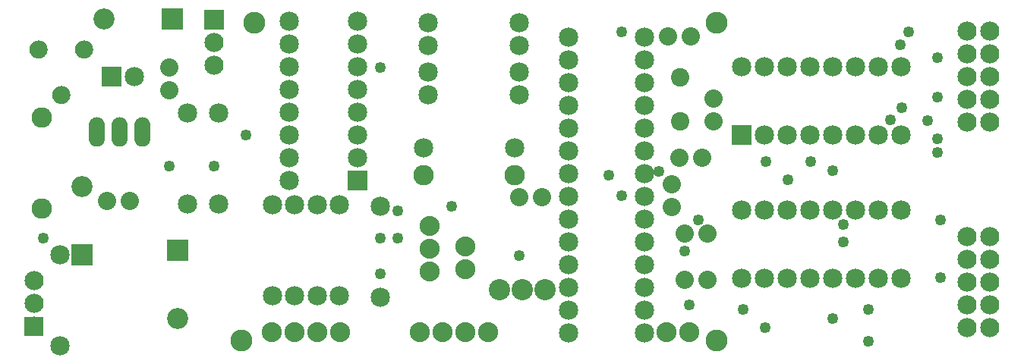
<source format=gbs>
G04 MADE WITH FRITZING*
G04 WWW.FRITZING.ORG*
G04 DOUBLE SIDED*
G04 HOLES PLATED*
G04 CONTOUR ON CENTER OF CONTOUR VECTOR*
%ASAXBY*%
%FSLAX23Y23*%
%MOIN*%
%OFA0B0*%
%SFA1.0B1.0*%
%ADD10C,0.088000*%
%ADD11C,0.084000*%
%ADD12C,0.049370*%
%ADD13C,0.080925*%
%ADD14C,0.080866*%
%ADD15C,0.080000*%
%ADD16C,0.096614*%
%ADD17C,0.092000*%
%ADD18C,0.093307*%
%ADD19C,0.085000*%
%ADD20C,0.070000*%
%ADD21C,0.090000*%
%ADD22R,0.092000X0.092000*%
%ADD23R,0.085000X0.085000*%
%ADD24C,0.030000*%
%ADD25R,0.001000X0.001000*%
%LNMASK0*%
G90*
G70*
G54D10*
X1815Y580D03*
X1815Y480D03*
X1815Y380D03*
G54D11*
X4177Y533D03*
X4277Y533D03*
X4177Y433D03*
X4277Y433D03*
X4177Y333D03*
X4277Y333D03*
X4177Y233D03*
X4277Y233D03*
X4177Y133D03*
X4277Y133D03*
G54D12*
X3838Y1049D03*
X4004Y1045D03*
X2209Y451D03*
X2957Y234D03*
G54D13*
X2917Y1041D03*
G54D14*
X2917Y1234D03*
G54D15*
X3013Y880D03*
X2913Y880D03*
X2964Y1415D03*
X2864Y1415D03*
G54D12*
X4047Y966D03*
X4047Y1148D03*
X3921Y1435D03*
X4047Y903D03*
X3883Y1377D03*
X3292Y864D03*
X3488Y864D03*
X3192Y215D03*
X3744Y215D03*
X3744Y76D03*
X3634Y588D03*
X3634Y510D03*
X4058Y608D03*
X4058Y353D03*
G54D16*
X988Y77D03*
X3075Y1474D03*
X1047Y1474D03*
X3075Y77D03*
G54D12*
X1598Y1277D03*
X1008Y982D03*
X870Y844D03*
X673Y844D03*
X3587Y825D03*
X2661Y1435D03*
X2661Y714D03*
X2996Y608D03*
X3390Y785D03*
X2823Y821D03*
X3291Y136D03*
X3587Y175D03*
X1677Y648D03*
X1677Y529D03*
X1598Y529D03*
X3890Y1100D03*
X2937Y470D03*
X1913Y667D03*
X2602Y805D03*
X1598Y372D03*
X4047Y1321D03*
G54D15*
X2935Y549D03*
X3035Y549D03*
X3063Y1041D03*
X3063Y1141D03*
G54D17*
X709Y474D03*
X709Y174D03*
G54D10*
X1424Y116D03*
X1324Y116D03*
X1224Y116D03*
X1124Y116D03*
G54D18*
X2322Y301D03*
X2222Y301D03*
X2122Y301D03*
G54D10*
X2857Y116D03*
X2957Y116D03*
X1972Y492D03*
X1972Y392D03*
G54D19*
X1789Y923D03*
X2189Y923D03*
X890Y1079D03*
X890Y679D03*
G54D11*
X4177Y1438D03*
X4277Y1438D03*
X4177Y1338D03*
X4277Y1338D03*
X4177Y1238D03*
X4277Y1238D03*
X4177Y1138D03*
X4277Y1138D03*
X4177Y1038D03*
X4277Y1038D03*
G54D10*
X1772Y116D03*
X1872Y116D03*
X1972Y116D03*
X2072Y116D03*
G54D19*
X2758Y111D03*
X2758Y211D03*
X2758Y311D03*
X2758Y411D03*
X2758Y511D03*
X2758Y611D03*
X2758Y711D03*
X2758Y811D03*
X2758Y911D03*
X2758Y1011D03*
X2758Y1111D03*
X2758Y1211D03*
X2758Y1311D03*
X2425Y1411D03*
X2425Y1311D03*
X2425Y1211D03*
X2425Y1111D03*
X2425Y1011D03*
X2425Y911D03*
X2425Y811D03*
X2425Y711D03*
X2425Y611D03*
X2425Y511D03*
X2425Y411D03*
X2425Y311D03*
X2425Y211D03*
X2425Y111D03*
X2758Y1411D03*
G54D11*
X870Y1488D03*
X870Y1388D03*
X870Y1288D03*
G54D19*
X1500Y781D03*
X1200Y781D03*
X1500Y881D03*
X1200Y881D03*
X1500Y981D03*
X1200Y981D03*
X1500Y1081D03*
X1200Y1081D03*
X1500Y1181D03*
X1200Y1181D03*
X1500Y1281D03*
X1200Y1281D03*
X1500Y1381D03*
X1200Y1381D03*
X1500Y1481D03*
X1200Y1481D03*
X3187Y352D03*
X3187Y652D03*
X3287Y352D03*
X3287Y652D03*
X3387Y352D03*
X3387Y652D03*
X3487Y352D03*
X3487Y652D03*
X3587Y352D03*
X3587Y652D03*
X3687Y352D03*
X3687Y652D03*
X3787Y352D03*
X3787Y652D03*
X3887Y352D03*
X3887Y652D03*
X3187Y982D03*
X3187Y1282D03*
X3287Y982D03*
X3287Y1282D03*
X3387Y982D03*
X3387Y1282D03*
X3487Y982D03*
X3487Y1282D03*
X3587Y982D03*
X3587Y1282D03*
X3687Y982D03*
X3687Y1282D03*
X3787Y982D03*
X3787Y1282D03*
X3887Y982D03*
X3887Y1282D03*
G54D17*
X685Y1490D03*
X387Y1490D03*
G54D20*
X555Y994D03*
X455Y994D03*
X355Y994D03*
G54D19*
X421Y1238D03*
X521Y1238D03*
G54D15*
X673Y1279D03*
X673Y1179D03*
G54D19*
X1126Y674D03*
X1126Y274D03*
X1224Y674D03*
X1224Y274D03*
X1323Y674D03*
X1323Y274D03*
X1421Y674D03*
X1421Y274D03*
X2209Y1159D03*
X1809Y1159D03*
X2209Y1258D03*
X1809Y1258D03*
X2209Y1376D03*
X1809Y1376D03*
X2209Y1474D03*
X1809Y1474D03*
G54D21*
X114Y1059D03*
X114Y659D03*
G54D19*
X752Y1079D03*
X752Y679D03*
G54D15*
X398Y691D03*
X498Y691D03*
G54D17*
X291Y455D03*
X291Y753D03*
G54D21*
X2189Y805D03*
X1789Y805D03*
G54D15*
X2309Y707D03*
X2209Y707D03*
X2878Y665D03*
X2878Y766D03*
G54D19*
X1598Y667D03*
X1598Y267D03*
G54D15*
X3035Y344D03*
X2935Y344D03*
G54D19*
X193Y455D03*
X193Y55D03*
G54D12*
X118Y529D03*
G54D11*
X79Y140D03*
X79Y240D03*
X79Y340D03*
G54D22*
X709Y474D03*
G54D23*
X1500Y781D03*
X3187Y982D03*
G54D22*
X686Y1490D03*
G54D23*
X421Y1238D03*
G54D22*
X291Y454D03*
G54D24*
G36*
X3159Y380D02*
X3214Y380D01*
X3214Y325D01*
X3159Y325D01*
X3159Y380D01*
G37*
D02*
G54D25*
X828Y1529D02*
X911Y1529D01*
X828Y1528D02*
X911Y1528D01*
X828Y1527D02*
X911Y1527D01*
X828Y1526D02*
X911Y1526D01*
X828Y1525D02*
X911Y1525D01*
X828Y1524D02*
X911Y1524D01*
X828Y1523D02*
X911Y1523D01*
X828Y1522D02*
X911Y1522D01*
X828Y1521D02*
X911Y1521D01*
X828Y1520D02*
X911Y1520D01*
X828Y1519D02*
X911Y1519D01*
X828Y1518D02*
X911Y1518D01*
X828Y1517D02*
X911Y1517D01*
X828Y1516D02*
X911Y1516D01*
X828Y1515D02*
X911Y1515D01*
X828Y1514D02*
X911Y1514D01*
X828Y1513D02*
X911Y1513D01*
X828Y1512D02*
X911Y1512D01*
X828Y1511D02*
X911Y1511D01*
X828Y1510D02*
X911Y1510D01*
X828Y1509D02*
X911Y1509D01*
X828Y1508D02*
X911Y1508D01*
X828Y1507D02*
X911Y1507D01*
X828Y1506D02*
X911Y1506D01*
X828Y1505D02*
X911Y1505D01*
X828Y1504D02*
X911Y1504D01*
X828Y1503D02*
X911Y1503D01*
X828Y1502D02*
X865Y1502D01*
X873Y1502D02*
X911Y1502D01*
X828Y1501D02*
X862Y1501D01*
X876Y1501D02*
X911Y1501D01*
X828Y1500D02*
X861Y1500D01*
X878Y1500D02*
X911Y1500D01*
X828Y1499D02*
X860Y1499D01*
X879Y1499D02*
X911Y1499D01*
X828Y1498D02*
X858Y1498D01*
X880Y1498D02*
X911Y1498D01*
X828Y1497D02*
X858Y1497D01*
X881Y1497D02*
X911Y1497D01*
X828Y1496D02*
X857Y1496D01*
X882Y1496D02*
X911Y1496D01*
X828Y1495D02*
X856Y1495D01*
X883Y1495D02*
X911Y1495D01*
X828Y1494D02*
X856Y1494D01*
X883Y1494D02*
X911Y1494D01*
X828Y1493D02*
X855Y1493D01*
X884Y1493D02*
X911Y1493D01*
X828Y1492D02*
X855Y1492D01*
X884Y1492D02*
X911Y1492D01*
X828Y1491D02*
X855Y1491D01*
X884Y1491D02*
X911Y1491D01*
X828Y1490D02*
X854Y1490D01*
X884Y1490D02*
X911Y1490D01*
X828Y1489D02*
X854Y1489D01*
X884Y1489D02*
X911Y1489D01*
X828Y1488D02*
X854Y1488D01*
X885Y1488D02*
X911Y1488D01*
X828Y1487D02*
X854Y1487D01*
X884Y1487D02*
X911Y1487D01*
X828Y1486D02*
X854Y1486D01*
X884Y1486D02*
X911Y1486D01*
X828Y1485D02*
X854Y1485D01*
X884Y1485D02*
X911Y1485D01*
X828Y1484D02*
X855Y1484D01*
X884Y1484D02*
X911Y1484D01*
X828Y1483D02*
X855Y1483D01*
X884Y1483D02*
X911Y1483D01*
X828Y1482D02*
X855Y1482D01*
X883Y1482D02*
X911Y1482D01*
X828Y1481D02*
X856Y1481D01*
X883Y1481D02*
X911Y1481D01*
X828Y1480D02*
X856Y1480D01*
X882Y1480D02*
X911Y1480D01*
X828Y1479D02*
X857Y1479D01*
X882Y1479D02*
X911Y1479D01*
X828Y1478D02*
X858Y1478D01*
X881Y1478D02*
X911Y1478D01*
X828Y1477D02*
X859Y1477D01*
X880Y1477D02*
X911Y1477D01*
X828Y1476D02*
X860Y1476D01*
X879Y1476D02*
X911Y1476D01*
X828Y1475D02*
X862Y1475D01*
X877Y1475D02*
X911Y1475D01*
X828Y1474D02*
X864Y1474D01*
X875Y1474D02*
X911Y1474D01*
X828Y1473D02*
X911Y1473D01*
X828Y1472D02*
X911Y1472D01*
X828Y1471D02*
X911Y1471D01*
X828Y1470D02*
X911Y1470D01*
X828Y1469D02*
X911Y1469D01*
X828Y1468D02*
X911Y1468D01*
X828Y1467D02*
X911Y1467D01*
X828Y1466D02*
X911Y1466D01*
X828Y1465D02*
X911Y1465D01*
X828Y1464D02*
X911Y1464D01*
X828Y1463D02*
X911Y1463D01*
X828Y1462D02*
X911Y1462D01*
X828Y1461D02*
X911Y1461D01*
X828Y1460D02*
X911Y1460D01*
X828Y1459D02*
X911Y1459D01*
X828Y1458D02*
X911Y1458D01*
X828Y1457D02*
X911Y1457D01*
X828Y1456D02*
X911Y1456D01*
X828Y1455D02*
X911Y1455D01*
X828Y1454D02*
X911Y1454D01*
X828Y1453D02*
X911Y1453D01*
X828Y1452D02*
X911Y1452D01*
X828Y1451D02*
X911Y1451D01*
X828Y1450D02*
X911Y1450D01*
X828Y1449D02*
X911Y1449D01*
X828Y1448D02*
X911Y1448D01*
X828Y1447D02*
X911Y1447D01*
X828Y1446D02*
X911Y1446D01*
X95Y1396D02*
X102Y1396D01*
X295Y1396D02*
X302Y1396D01*
X89Y1395D02*
X108Y1395D01*
X289Y1395D02*
X308Y1395D01*
X86Y1394D02*
X111Y1394D01*
X286Y1394D02*
X311Y1394D01*
X83Y1393D02*
X114Y1393D01*
X283Y1393D02*
X314Y1393D01*
X81Y1392D02*
X116Y1392D01*
X281Y1392D02*
X316Y1392D01*
X79Y1391D02*
X118Y1391D01*
X279Y1391D02*
X318Y1391D01*
X78Y1390D02*
X119Y1390D01*
X278Y1390D02*
X319Y1390D01*
X76Y1389D02*
X121Y1389D01*
X276Y1389D02*
X321Y1389D01*
X75Y1388D02*
X122Y1388D01*
X275Y1388D02*
X322Y1388D01*
X74Y1387D02*
X124Y1387D01*
X274Y1387D02*
X324Y1387D01*
X72Y1386D02*
X125Y1386D01*
X272Y1386D02*
X325Y1386D01*
X71Y1385D02*
X126Y1385D01*
X271Y1385D02*
X326Y1385D01*
X70Y1384D02*
X127Y1384D01*
X270Y1384D02*
X327Y1384D01*
X69Y1383D02*
X128Y1383D01*
X269Y1383D02*
X328Y1383D01*
X69Y1382D02*
X129Y1382D01*
X268Y1382D02*
X329Y1382D01*
X68Y1381D02*
X129Y1381D01*
X268Y1381D02*
X329Y1381D01*
X67Y1380D02*
X130Y1380D01*
X267Y1380D02*
X330Y1380D01*
X66Y1379D02*
X131Y1379D01*
X266Y1379D02*
X331Y1379D01*
X66Y1378D02*
X132Y1378D01*
X266Y1378D02*
X332Y1378D01*
X65Y1377D02*
X132Y1377D01*
X265Y1377D02*
X332Y1377D01*
X64Y1376D02*
X133Y1376D01*
X264Y1376D02*
X333Y1376D01*
X64Y1375D02*
X133Y1375D01*
X264Y1375D02*
X333Y1375D01*
X63Y1374D02*
X134Y1374D01*
X263Y1374D02*
X334Y1374D01*
X63Y1373D02*
X134Y1373D01*
X263Y1373D02*
X334Y1373D01*
X62Y1372D02*
X135Y1372D01*
X262Y1372D02*
X335Y1372D01*
X62Y1371D02*
X135Y1371D01*
X262Y1371D02*
X335Y1371D01*
X62Y1370D02*
X136Y1370D01*
X262Y1370D02*
X336Y1370D01*
X61Y1369D02*
X136Y1369D01*
X261Y1369D02*
X336Y1369D01*
X61Y1368D02*
X136Y1368D01*
X261Y1368D02*
X336Y1368D01*
X61Y1367D02*
X137Y1367D01*
X261Y1367D02*
X337Y1367D01*
X60Y1366D02*
X137Y1366D01*
X260Y1366D02*
X337Y1366D01*
X60Y1365D02*
X137Y1365D01*
X260Y1365D02*
X337Y1365D01*
X60Y1364D02*
X137Y1364D01*
X260Y1364D02*
X337Y1364D01*
X60Y1363D02*
X137Y1363D01*
X260Y1363D02*
X337Y1363D01*
X60Y1362D02*
X138Y1362D01*
X260Y1362D02*
X338Y1362D01*
X59Y1361D02*
X138Y1361D01*
X259Y1361D02*
X338Y1361D01*
X59Y1360D02*
X138Y1360D01*
X259Y1360D02*
X338Y1360D01*
X59Y1359D02*
X138Y1359D01*
X259Y1359D02*
X338Y1359D01*
X59Y1358D02*
X138Y1358D01*
X259Y1358D02*
X338Y1358D01*
X59Y1357D02*
X138Y1357D01*
X259Y1357D02*
X338Y1357D01*
X59Y1356D02*
X138Y1356D01*
X259Y1356D02*
X338Y1356D01*
X59Y1355D02*
X138Y1355D01*
X259Y1355D02*
X338Y1355D01*
X59Y1354D02*
X138Y1354D01*
X259Y1354D02*
X338Y1354D01*
X59Y1353D02*
X138Y1353D01*
X259Y1353D02*
X338Y1353D01*
X59Y1352D02*
X138Y1352D01*
X259Y1352D02*
X338Y1352D01*
X60Y1351D02*
X138Y1351D01*
X260Y1351D02*
X338Y1351D01*
X60Y1350D02*
X137Y1350D01*
X260Y1350D02*
X337Y1350D01*
X60Y1349D02*
X137Y1349D01*
X260Y1349D02*
X337Y1349D01*
X60Y1348D02*
X137Y1348D01*
X260Y1348D02*
X337Y1348D01*
X60Y1347D02*
X137Y1347D01*
X260Y1347D02*
X337Y1347D01*
X61Y1346D02*
X137Y1346D01*
X261Y1346D02*
X337Y1346D01*
X61Y1345D02*
X136Y1345D01*
X261Y1345D02*
X336Y1345D01*
X61Y1344D02*
X136Y1344D01*
X261Y1344D02*
X336Y1344D01*
X61Y1343D02*
X136Y1343D01*
X261Y1343D02*
X336Y1343D01*
X62Y1342D02*
X135Y1342D01*
X262Y1342D02*
X335Y1342D01*
X62Y1341D02*
X135Y1341D01*
X262Y1341D02*
X335Y1341D01*
X63Y1340D02*
X135Y1340D01*
X263Y1340D02*
X335Y1340D01*
X63Y1339D02*
X134Y1339D01*
X263Y1339D02*
X334Y1339D01*
X64Y1338D02*
X134Y1338D01*
X264Y1338D02*
X334Y1338D01*
X64Y1337D02*
X133Y1337D01*
X264Y1337D02*
X333Y1337D01*
X65Y1336D02*
X132Y1336D01*
X265Y1336D02*
X332Y1336D01*
X65Y1335D02*
X132Y1335D01*
X265Y1335D02*
X332Y1335D01*
X66Y1334D02*
X131Y1334D01*
X266Y1334D02*
X331Y1334D01*
X67Y1333D02*
X130Y1333D01*
X267Y1333D02*
X330Y1333D01*
X67Y1332D02*
X130Y1332D01*
X267Y1332D02*
X330Y1332D01*
X68Y1331D02*
X129Y1331D01*
X268Y1331D02*
X329Y1331D01*
X69Y1330D02*
X128Y1330D01*
X269Y1330D02*
X328Y1330D01*
X70Y1329D02*
X127Y1329D01*
X270Y1329D02*
X327Y1329D01*
X71Y1328D02*
X126Y1328D01*
X271Y1328D02*
X326Y1328D01*
X72Y1327D02*
X125Y1327D01*
X272Y1327D02*
X325Y1327D01*
X73Y1326D02*
X124Y1326D01*
X273Y1326D02*
X324Y1326D01*
X74Y1325D02*
X123Y1325D01*
X274Y1325D02*
X323Y1325D01*
X76Y1324D02*
X122Y1324D01*
X276Y1324D02*
X322Y1324D01*
X77Y1323D02*
X120Y1323D01*
X277Y1323D02*
X320Y1323D01*
X79Y1322D02*
X118Y1322D01*
X279Y1322D02*
X318Y1322D01*
X80Y1321D02*
X117Y1321D01*
X280Y1321D02*
X317Y1321D01*
X82Y1320D02*
X115Y1320D01*
X282Y1320D02*
X315Y1320D01*
X85Y1319D02*
X112Y1319D01*
X285Y1319D02*
X312Y1319D01*
X88Y1318D02*
X109Y1318D01*
X288Y1318D02*
X309Y1318D01*
X92Y1317D02*
X105Y1317D01*
X292Y1317D02*
X305Y1317D01*
X195Y1196D02*
X203Y1196D01*
X189Y1195D02*
X208Y1195D01*
X186Y1194D02*
X211Y1194D01*
X183Y1193D02*
X214Y1193D01*
X181Y1192D02*
X216Y1192D01*
X179Y1191D02*
X218Y1191D01*
X178Y1190D02*
X220Y1190D01*
X176Y1189D02*
X221Y1189D01*
X175Y1188D02*
X222Y1188D01*
X173Y1187D02*
X224Y1187D01*
X172Y1186D02*
X225Y1186D01*
X171Y1185D02*
X226Y1185D01*
X170Y1184D02*
X227Y1184D01*
X169Y1183D02*
X228Y1183D01*
X168Y1182D02*
X229Y1182D01*
X168Y1181D02*
X229Y1181D01*
X167Y1180D02*
X230Y1180D01*
X166Y1179D02*
X231Y1179D01*
X166Y1178D02*
X232Y1178D01*
X165Y1177D02*
X232Y1177D01*
X164Y1176D02*
X233Y1176D01*
X164Y1175D02*
X233Y1175D01*
X163Y1174D02*
X234Y1174D01*
X163Y1173D02*
X234Y1173D01*
X162Y1172D02*
X235Y1172D01*
X162Y1171D02*
X235Y1171D01*
X162Y1170D02*
X236Y1170D01*
X161Y1169D02*
X236Y1169D01*
X161Y1168D02*
X236Y1168D01*
X161Y1167D02*
X237Y1167D01*
X160Y1166D02*
X237Y1166D01*
X160Y1165D02*
X237Y1165D01*
X160Y1164D02*
X237Y1164D01*
X160Y1163D02*
X237Y1163D01*
X160Y1162D02*
X238Y1162D01*
X159Y1161D02*
X238Y1161D01*
X159Y1160D02*
X238Y1160D01*
X159Y1159D02*
X238Y1159D01*
X159Y1158D02*
X238Y1158D01*
X159Y1157D02*
X238Y1157D01*
X159Y1156D02*
X238Y1156D01*
X159Y1155D02*
X238Y1155D01*
X159Y1154D02*
X238Y1154D01*
X159Y1153D02*
X238Y1153D01*
X159Y1152D02*
X238Y1152D01*
X160Y1151D02*
X238Y1151D01*
X160Y1150D02*
X237Y1150D01*
X160Y1149D02*
X237Y1149D01*
X160Y1148D02*
X237Y1148D01*
X160Y1147D02*
X237Y1147D01*
X161Y1146D02*
X237Y1146D01*
X161Y1145D02*
X236Y1145D01*
X161Y1144D02*
X236Y1144D01*
X161Y1143D02*
X236Y1143D01*
X162Y1142D02*
X235Y1142D01*
X162Y1141D02*
X235Y1141D01*
X163Y1140D02*
X235Y1140D01*
X163Y1139D02*
X234Y1139D01*
X164Y1138D02*
X234Y1138D01*
X164Y1137D02*
X233Y1137D01*
X165Y1136D02*
X232Y1136D01*
X165Y1135D02*
X232Y1135D01*
X166Y1134D02*
X231Y1134D01*
X167Y1133D02*
X230Y1133D01*
X167Y1132D02*
X230Y1132D01*
X168Y1131D02*
X229Y1131D01*
X169Y1130D02*
X228Y1130D01*
X170Y1129D02*
X227Y1129D01*
X171Y1128D02*
X226Y1128D01*
X172Y1127D02*
X225Y1127D01*
X173Y1126D02*
X224Y1126D01*
X174Y1125D02*
X223Y1125D01*
X176Y1124D02*
X221Y1124D01*
X177Y1123D02*
X220Y1123D01*
X179Y1122D02*
X218Y1122D01*
X180Y1121D02*
X217Y1121D01*
X182Y1120D02*
X215Y1120D01*
X185Y1119D02*
X212Y1119D01*
X188Y1118D02*
X209Y1118D01*
X193Y1117D02*
X205Y1117D01*
X352Y1059D02*
X357Y1059D01*
X452Y1059D02*
X457Y1059D01*
X552Y1059D02*
X557Y1059D01*
X346Y1058D02*
X363Y1058D01*
X446Y1058D02*
X463Y1058D01*
X546Y1058D02*
X563Y1058D01*
X343Y1057D02*
X366Y1057D01*
X443Y1057D02*
X466Y1057D01*
X543Y1057D02*
X566Y1057D01*
X341Y1056D02*
X368Y1056D01*
X441Y1056D02*
X468Y1056D01*
X541Y1056D02*
X568Y1056D01*
X339Y1055D02*
X370Y1055D01*
X439Y1055D02*
X470Y1055D01*
X539Y1055D02*
X570Y1055D01*
X337Y1054D02*
X372Y1054D01*
X437Y1054D02*
X472Y1054D01*
X537Y1054D02*
X572Y1054D01*
X335Y1053D02*
X374Y1053D01*
X435Y1053D02*
X474Y1053D01*
X535Y1053D02*
X574Y1053D01*
X334Y1052D02*
X375Y1052D01*
X434Y1052D02*
X475Y1052D01*
X534Y1052D02*
X575Y1052D01*
X333Y1051D02*
X376Y1051D01*
X433Y1051D02*
X476Y1051D01*
X533Y1051D02*
X576Y1051D01*
X331Y1050D02*
X378Y1050D01*
X431Y1050D02*
X478Y1050D01*
X531Y1050D02*
X578Y1050D01*
X330Y1049D02*
X379Y1049D01*
X430Y1049D02*
X479Y1049D01*
X530Y1049D02*
X579Y1049D01*
X329Y1048D02*
X380Y1048D01*
X429Y1048D02*
X480Y1048D01*
X529Y1048D02*
X580Y1048D01*
X328Y1047D02*
X380Y1047D01*
X428Y1047D02*
X480Y1047D01*
X528Y1047D02*
X580Y1047D01*
X328Y1046D02*
X381Y1046D01*
X428Y1046D02*
X481Y1046D01*
X528Y1046D02*
X581Y1046D01*
X327Y1045D02*
X382Y1045D01*
X427Y1045D02*
X482Y1045D01*
X527Y1045D02*
X582Y1045D01*
X326Y1044D02*
X383Y1044D01*
X426Y1044D02*
X483Y1044D01*
X526Y1044D02*
X583Y1044D01*
X326Y1043D02*
X383Y1043D01*
X426Y1043D02*
X483Y1043D01*
X526Y1043D02*
X583Y1043D01*
X325Y1042D02*
X384Y1042D01*
X425Y1042D02*
X484Y1042D01*
X525Y1042D02*
X584Y1042D01*
X324Y1041D02*
X385Y1041D01*
X424Y1041D02*
X485Y1041D01*
X524Y1041D02*
X585Y1041D01*
X324Y1040D02*
X385Y1040D01*
X424Y1040D02*
X485Y1040D01*
X524Y1040D02*
X585Y1040D01*
X323Y1039D02*
X386Y1039D01*
X423Y1039D02*
X486Y1039D01*
X523Y1039D02*
X586Y1039D01*
X323Y1038D02*
X386Y1038D01*
X423Y1038D02*
X486Y1038D01*
X523Y1038D02*
X586Y1038D01*
X323Y1037D02*
X386Y1037D01*
X423Y1037D02*
X486Y1037D01*
X523Y1037D02*
X586Y1037D01*
X322Y1036D02*
X387Y1036D01*
X422Y1036D02*
X487Y1036D01*
X522Y1036D02*
X587Y1036D01*
X322Y1035D02*
X387Y1035D01*
X422Y1035D02*
X487Y1035D01*
X522Y1035D02*
X587Y1035D01*
X321Y1034D02*
X387Y1034D01*
X421Y1034D02*
X487Y1034D01*
X521Y1034D02*
X587Y1034D01*
X321Y1033D02*
X388Y1033D01*
X421Y1033D02*
X488Y1033D01*
X521Y1033D02*
X588Y1033D01*
X321Y1032D02*
X388Y1032D01*
X421Y1032D02*
X488Y1032D01*
X521Y1032D02*
X588Y1032D01*
X321Y1031D02*
X388Y1031D01*
X421Y1031D02*
X488Y1031D01*
X521Y1031D02*
X588Y1031D01*
X321Y1030D02*
X388Y1030D01*
X421Y1030D02*
X488Y1030D01*
X521Y1030D02*
X588Y1030D01*
X320Y1029D02*
X389Y1029D01*
X420Y1029D02*
X489Y1029D01*
X520Y1029D02*
X589Y1029D01*
X320Y1028D02*
X389Y1028D01*
X420Y1028D02*
X489Y1028D01*
X520Y1028D02*
X589Y1028D01*
X320Y1027D02*
X389Y1027D01*
X420Y1027D02*
X489Y1027D01*
X520Y1027D02*
X589Y1027D01*
X320Y1026D02*
X389Y1026D01*
X420Y1026D02*
X489Y1026D01*
X520Y1026D02*
X589Y1026D01*
X320Y1025D02*
X389Y1025D01*
X420Y1025D02*
X489Y1025D01*
X520Y1025D02*
X589Y1025D01*
X320Y1024D02*
X389Y1024D01*
X420Y1024D02*
X489Y1024D01*
X520Y1024D02*
X589Y1024D01*
X320Y1023D02*
X389Y1023D01*
X420Y1023D02*
X489Y1023D01*
X520Y1023D02*
X589Y1023D01*
X320Y1022D02*
X389Y1022D01*
X420Y1022D02*
X489Y1022D01*
X520Y1022D02*
X589Y1022D01*
X320Y1021D02*
X389Y1021D01*
X420Y1021D02*
X489Y1021D01*
X520Y1021D02*
X589Y1021D01*
X320Y1020D02*
X389Y1020D01*
X420Y1020D02*
X489Y1020D01*
X520Y1020D02*
X589Y1020D01*
X320Y1019D02*
X389Y1019D01*
X420Y1019D02*
X489Y1019D01*
X520Y1019D02*
X589Y1019D01*
X320Y1018D02*
X389Y1018D01*
X420Y1018D02*
X489Y1018D01*
X520Y1018D02*
X589Y1018D01*
X320Y1017D02*
X389Y1017D01*
X420Y1017D02*
X489Y1017D01*
X520Y1017D02*
X589Y1017D01*
X320Y1016D02*
X389Y1016D01*
X420Y1016D02*
X489Y1016D01*
X520Y1016D02*
X589Y1016D01*
X320Y1015D02*
X389Y1015D01*
X420Y1015D02*
X489Y1015D01*
X520Y1015D02*
X589Y1015D01*
X320Y1014D02*
X389Y1014D01*
X420Y1014D02*
X489Y1014D01*
X520Y1014D02*
X589Y1014D01*
X320Y1013D02*
X389Y1013D01*
X420Y1013D02*
X489Y1013D01*
X520Y1013D02*
X589Y1013D01*
X320Y1012D02*
X389Y1012D01*
X420Y1012D02*
X489Y1012D01*
X520Y1012D02*
X589Y1012D01*
X320Y1011D02*
X389Y1011D01*
X420Y1011D02*
X489Y1011D01*
X520Y1011D02*
X589Y1011D01*
X320Y1010D02*
X389Y1010D01*
X420Y1010D02*
X489Y1010D01*
X520Y1010D02*
X589Y1010D01*
X320Y1009D02*
X352Y1009D01*
X357Y1009D02*
X389Y1009D01*
X420Y1009D02*
X452Y1009D01*
X457Y1009D02*
X489Y1009D01*
X520Y1009D02*
X552Y1009D01*
X557Y1009D02*
X589Y1009D01*
X320Y1008D02*
X348Y1008D01*
X361Y1008D02*
X389Y1008D01*
X420Y1008D02*
X448Y1008D01*
X461Y1008D02*
X489Y1008D01*
X520Y1008D02*
X548Y1008D01*
X561Y1008D02*
X589Y1008D01*
X320Y1007D02*
X346Y1007D01*
X363Y1007D02*
X389Y1007D01*
X420Y1007D02*
X446Y1007D01*
X463Y1007D02*
X489Y1007D01*
X520Y1007D02*
X546Y1007D01*
X563Y1007D02*
X589Y1007D01*
X320Y1006D02*
X345Y1006D01*
X364Y1006D02*
X389Y1006D01*
X420Y1006D02*
X445Y1006D01*
X464Y1006D02*
X489Y1006D01*
X520Y1006D02*
X545Y1006D01*
X564Y1006D02*
X589Y1006D01*
X320Y1005D02*
X344Y1005D01*
X365Y1005D02*
X389Y1005D01*
X420Y1005D02*
X444Y1005D01*
X465Y1005D02*
X489Y1005D01*
X520Y1005D02*
X544Y1005D01*
X565Y1005D02*
X589Y1005D01*
X320Y1004D02*
X343Y1004D01*
X366Y1004D02*
X389Y1004D01*
X420Y1004D02*
X443Y1004D01*
X466Y1004D02*
X489Y1004D01*
X520Y1004D02*
X543Y1004D01*
X566Y1004D02*
X589Y1004D01*
X320Y1003D02*
X342Y1003D01*
X367Y1003D02*
X389Y1003D01*
X420Y1003D02*
X442Y1003D01*
X467Y1003D02*
X489Y1003D01*
X520Y1003D02*
X542Y1003D01*
X567Y1003D02*
X589Y1003D01*
X320Y1002D02*
X341Y1002D01*
X368Y1002D02*
X389Y1002D01*
X420Y1002D02*
X441Y1002D01*
X468Y1002D02*
X489Y1002D01*
X520Y1002D02*
X541Y1002D01*
X568Y1002D02*
X589Y1002D01*
X320Y1001D02*
X341Y1001D01*
X368Y1001D02*
X389Y1001D01*
X420Y1001D02*
X441Y1001D01*
X468Y1001D02*
X489Y1001D01*
X520Y1001D02*
X541Y1001D01*
X568Y1001D02*
X589Y1001D01*
X320Y1000D02*
X340Y1000D01*
X369Y1000D02*
X389Y1000D01*
X420Y1000D02*
X440Y1000D01*
X469Y1000D02*
X489Y1000D01*
X520Y1000D02*
X540Y1000D01*
X569Y1000D02*
X589Y1000D01*
X320Y999D02*
X340Y999D01*
X369Y999D02*
X389Y999D01*
X420Y999D02*
X440Y999D01*
X469Y999D02*
X489Y999D01*
X520Y999D02*
X540Y999D01*
X569Y999D02*
X589Y999D01*
X320Y998D02*
X339Y998D01*
X369Y998D02*
X389Y998D01*
X420Y998D02*
X439Y998D01*
X469Y998D02*
X489Y998D01*
X520Y998D02*
X539Y998D01*
X569Y998D02*
X589Y998D01*
X320Y997D02*
X339Y997D01*
X370Y997D02*
X389Y997D01*
X420Y997D02*
X439Y997D01*
X470Y997D02*
X489Y997D01*
X520Y997D02*
X539Y997D01*
X570Y997D02*
X589Y997D01*
X320Y996D02*
X339Y996D01*
X370Y996D02*
X389Y996D01*
X420Y996D02*
X439Y996D01*
X470Y996D02*
X489Y996D01*
X520Y996D02*
X539Y996D01*
X570Y996D02*
X589Y996D01*
X320Y995D02*
X339Y995D01*
X370Y995D02*
X389Y995D01*
X420Y995D02*
X439Y995D01*
X470Y995D02*
X489Y995D01*
X520Y995D02*
X539Y995D01*
X570Y995D02*
X589Y995D01*
X320Y994D02*
X339Y994D01*
X370Y994D02*
X389Y994D01*
X420Y994D02*
X439Y994D01*
X470Y994D02*
X489Y994D01*
X520Y994D02*
X539Y994D01*
X570Y994D02*
X589Y994D01*
X320Y993D02*
X339Y993D01*
X370Y993D02*
X389Y993D01*
X420Y993D02*
X439Y993D01*
X470Y993D02*
X489Y993D01*
X520Y993D02*
X539Y993D01*
X570Y993D02*
X589Y993D01*
X320Y992D02*
X339Y992D01*
X370Y992D02*
X389Y992D01*
X420Y992D02*
X439Y992D01*
X470Y992D02*
X489Y992D01*
X520Y992D02*
X539Y992D01*
X570Y992D02*
X589Y992D01*
X320Y991D02*
X339Y991D01*
X370Y991D02*
X389Y991D01*
X420Y991D02*
X439Y991D01*
X470Y991D02*
X489Y991D01*
X520Y991D02*
X539Y991D01*
X570Y991D02*
X589Y991D01*
X320Y990D02*
X340Y990D01*
X369Y990D02*
X389Y990D01*
X420Y990D02*
X440Y990D01*
X469Y990D02*
X489Y990D01*
X520Y990D02*
X540Y990D01*
X569Y990D02*
X589Y990D01*
X320Y989D02*
X340Y989D01*
X369Y989D02*
X389Y989D01*
X420Y989D02*
X440Y989D01*
X469Y989D02*
X489Y989D01*
X520Y989D02*
X540Y989D01*
X569Y989D02*
X589Y989D01*
X320Y988D02*
X340Y988D01*
X369Y988D02*
X389Y988D01*
X420Y988D02*
X440Y988D01*
X469Y988D02*
X489Y988D01*
X520Y988D02*
X540Y988D01*
X569Y988D02*
X589Y988D01*
X320Y987D02*
X341Y987D01*
X368Y987D02*
X389Y987D01*
X420Y987D02*
X441Y987D01*
X468Y987D02*
X489Y987D01*
X520Y987D02*
X541Y987D01*
X568Y987D02*
X589Y987D01*
X320Y986D02*
X341Y986D01*
X368Y986D02*
X389Y986D01*
X420Y986D02*
X441Y986D01*
X468Y986D02*
X489Y986D01*
X520Y986D02*
X541Y986D01*
X568Y986D02*
X589Y986D01*
X320Y985D02*
X342Y985D01*
X367Y985D02*
X389Y985D01*
X420Y985D02*
X442Y985D01*
X467Y985D02*
X489Y985D01*
X520Y985D02*
X542Y985D01*
X567Y985D02*
X589Y985D01*
X320Y984D02*
X343Y984D01*
X366Y984D02*
X389Y984D01*
X420Y984D02*
X443Y984D01*
X466Y984D02*
X489Y984D01*
X520Y984D02*
X543Y984D01*
X566Y984D02*
X589Y984D01*
X320Y983D02*
X344Y983D01*
X365Y983D02*
X389Y983D01*
X420Y983D02*
X444Y983D01*
X465Y983D02*
X489Y983D01*
X520Y983D02*
X544Y983D01*
X565Y983D02*
X589Y983D01*
X320Y982D02*
X345Y982D01*
X364Y982D02*
X389Y982D01*
X420Y982D02*
X445Y982D01*
X464Y982D02*
X489Y982D01*
X520Y982D02*
X545Y982D01*
X564Y982D02*
X589Y982D01*
X320Y981D02*
X347Y981D01*
X362Y981D02*
X389Y981D01*
X420Y981D02*
X447Y981D01*
X462Y981D02*
X489Y981D01*
X520Y981D02*
X547Y981D01*
X562Y981D02*
X589Y981D01*
X320Y980D02*
X349Y980D01*
X360Y980D02*
X389Y980D01*
X420Y980D02*
X449Y980D01*
X460Y980D02*
X489Y980D01*
X520Y980D02*
X549Y980D01*
X560Y980D02*
X589Y980D01*
X320Y979D02*
X389Y979D01*
X420Y979D02*
X489Y979D01*
X520Y979D02*
X589Y979D01*
X320Y978D02*
X389Y978D01*
X420Y978D02*
X489Y978D01*
X520Y978D02*
X589Y978D01*
X320Y977D02*
X389Y977D01*
X420Y977D02*
X489Y977D01*
X520Y977D02*
X589Y977D01*
X320Y976D02*
X389Y976D01*
X420Y976D02*
X489Y976D01*
X520Y976D02*
X589Y976D01*
X320Y975D02*
X389Y975D01*
X420Y975D02*
X489Y975D01*
X520Y975D02*
X589Y975D01*
X320Y974D02*
X389Y974D01*
X420Y974D02*
X489Y974D01*
X520Y974D02*
X589Y974D01*
X320Y973D02*
X389Y973D01*
X420Y973D02*
X489Y973D01*
X520Y973D02*
X589Y973D01*
X320Y972D02*
X389Y972D01*
X420Y972D02*
X489Y972D01*
X520Y972D02*
X589Y972D01*
X320Y971D02*
X389Y971D01*
X420Y971D02*
X489Y971D01*
X520Y971D02*
X589Y971D01*
X320Y970D02*
X389Y970D01*
X420Y970D02*
X489Y970D01*
X520Y970D02*
X589Y970D01*
X320Y969D02*
X389Y969D01*
X420Y969D02*
X489Y969D01*
X520Y969D02*
X589Y969D01*
X320Y968D02*
X389Y968D01*
X420Y968D02*
X489Y968D01*
X520Y968D02*
X589Y968D01*
X320Y967D02*
X389Y967D01*
X420Y967D02*
X489Y967D01*
X520Y967D02*
X589Y967D01*
X320Y966D02*
X389Y966D01*
X420Y966D02*
X489Y966D01*
X520Y966D02*
X589Y966D01*
X320Y965D02*
X389Y965D01*
X420Y965D02*
X489Y965D01*
X520Y965D02*
X589Y965D01*
X320Y964D02*
X389Y964D01*
X420Y964D02*
X489Y964D01*
X520Y964D02*
X589Y964D01*
X320Y963D02*
X389Y963D01*
X420Y963D02*
X489Y963D01*
X520Y963D02*
X589Y963D01*
X320Y962D02*
X389Y962D01*
X420Y962D02*
X489Y962D01*
X520Y962D02*
X589Y962D01*
X320Y961D02*
X389Y961D01*
X420Y961D02*
X489Y961D01*
X520Y961D02*
X589Y961D01*
X320Y960D02*
X389Y960D01*
X420Y960D02*
X489Y960D01*
X520Y960D02*
X589Y960D01*
X320Y959D02*
X389Y959D01*
X420Y959D02*
X488Y959D01*
X520Y959D02*
X588Y959D01*
X321Y958D02*
X388Y958D01*
X421Y958D02*
X488Y958D01*
X521Y958D02*
X588Y958D01*
X321Y957D02*
X388Y957D01*
X421Y957D02*
X488Y957D01*
X521Y957D02*
X588Y957D01*
X321Y956D02*
X388Y956D01*
X421Y956D02*
X488Y956D01*
X521Y956D02*
X588Y956D01*
X321Y955D02*
X388Y955D01*
X421Y955D02*
X488Y955D01*
X521Y955D02*
X588Y955D01*
X322Y954D02*
X387Y954D01*
X422Y954D02*
X487Y954D01*
X522Y954D02*
X587Y954D01*
X322Y953D02*
X387Y953D01*
X422Y953D02*
X487Y953D01*
X522Y953D02*
X587Y953D01*
X322Y952D02*
X387Y952D01*
X422Y952D02*
X487Y952D01*
X522Y952D02*
X587Y952D01*
X323Y951D02*
X386Y951D01*
X423Y951D02*
X486Y951D01*
X523Y951D02*
X586Y951D01*
X323Y950D02*
X386Y950D01*
X423Y950D02*
X486Y950D01*
X523Y950D02*
X586Y950D01*
X324Y949D02*
X385Y949D01*
X424Y949D02*
X485Y949D01*
X524Y949D02*
X585Y949D01*
X324Y948D02*
X385Y948D01*
X424Y948D02*
X485Y948D01*
X524Y948D02*
X585Y948D01*
X325Y947D02*
X384Y947D01*
X425Y947D02*
X484Y947D01*
X525Y947D02*
X584Y947D01*
X325Y946D02*
X384Y946D01*
X425Y946D02*
X484Y946D01*
X525Y946D02*
X584Y946D01*
X326Y945D02*
X383Y945D01*
X426Y945D02*
X483Y945D01*
X526Y945D02*
X583Y945D01*
X326Y944D02*
X382Y944D01*
X426Y944D02*
X482Y944D01*
X526Y944D02*
X582Y944D01*
X327Y943D02*
X382Y943D01*
X427Y943D02*
X482Y943D01*
X527Y943D02*
X582Y943D01*
X328Y942D02*
X381Y942D01*
X428Y942D02*
X481Y942D01*
X528Y942D02*
X581Y942D01*
X329Y941D02*
X380Y941D01*
X429Y941D02*
X480Y941D01*
X529Y941D02*
X580Y941D01*
X330Y940D02*
X379Y940D01*
X430Y940D02*
X479Y940D01*
X530Y940D02*
X579Y940D01*
X331Y939D02*
X378Y939D01*
X431Y939D02*
X478Y939D01*
X531Y939D02*
X578Y939D01*
X332Y938D02*
X377Y938D01*
X432Y938D02*
X477Y938D01*
X532Y938D02*
X577Y938D01*
X333Y937D02*
X376Y937D01*
X433Y937D02*
X476Y937D01*
X533Y937D02*
X576Y937D01*
X334Y936D02*
X375Y936D01*
X434Y936D02*
X475Y936D01*
X534Y936D02*
X575Y936D01*
X336Y935D02*
X373Y935D01*
X436Y935D02*
X473Y935D01*
X536Y935D02*
X573Y935D01*
X338Y934D02*
X371Y934D01*
X437Y934D02*
X471Y934D01*
X537Y934D02*
X571Y934D01*
X339Y933D02*
X370Y933D01*
X439Y933D02*
X470Y933D01*
X539Y933D02*
X570Y933D01*
X342Y932D02*
X367Y932D01*
X442Y932D02*
X467Y932D01*
X542Y932D02*
X567Y932D01*
X344Y931D02*
X365Y931D01*
X444Y931D02*
X465Y931D01*
X544Y931D02*
X565Y931D01*
X348Y930D02*
X361Y930D01*
X448Y930D02*
X461Y930D01*
X548Y930D02*
X561Y930D01*
X37Y182D02*
X119Y182D01*
X37Y181D02*
X120Y181D01*
X37Y180D02*
X120Y180D01*
X37Y179D02*
X120Y179D01*
X37Y178D02*
X120Y178D01*
X37Y177D02*
X120Y177D01*
X37Y176D02*
X120Y176D01*
X37Y175D02*
X120Y175D01*
X37Y174D02*
X120Y174D01*
X37Y173D02*
X120Y173D01*
X37Y172D02*
X120Y172D01*
X37Y171D02*
X120Y171D01*
X37Y170D02*
X120Y170D01*
X37Y169D02*
X120Y169D01*
X37Y168D02*
X120Y168D01*
X37Y167D02*
X120Y167D01*
X37Y166D02*
X120Y166D01*
X37Y165D02*
X120Y165D01*
X37Y164D02*
X120Y164D01*
X37Y163D02*
X120Y163D01*
X37Y162D02*
X120Y162D01*
X37Y161D02*
X120Y161D01*
X37Y160D02*
X120Y160D01*
X37Y159D02*
X120Y159D01*
X37Y158D02*
X120Y158D01*
X37Y157D02*
X120Y157D01*
X37Y156D02*
X120Y156D01*
X37Y155D02*
X76Y155D01*
X80Y155D02*
X120Y155D01*
X37Y154D02*
X72Y154D01*
X84Y154D02*
X120Y154D01*
X37Y153D02*
X70Y153D01*
X86Y153D02*
X120Y153D01*
X37Y152D02*
X69Y152D01*
X88Y152D02*
X120Y152D01*
X37Y151D02*
X67Y151D01*
X89Y151D02*
X120Y151D01*
X37Y150D02*
X66Y150D01*
X90Y150D02*
X120Y150D01*
X37Y149D02*
X66Y149D01*
X91Y149D02*
X120Y149D01*
X37Y148D02*
X65Y148D01*
X91Y148D02*
X120Y148D01*
X37Y147D02*
X64Y147D01*
X92Y147D02*
X120Y147D01*
X37Y146D02*
X64Y146D01*
X92Y146D02*
X120Y146D01*
X37Y145D02*
X63Y145D01*
X93Y145D02*
X120Y145D01*
X37Y144D02*
X63Y144D01*
X93Y144D02*
X120Y144D01*
X37Y143D02*
X63Y143D01*
X93Y143D02*
X120Y143D01*
X37Y142D02*
X63Y142D01*
X93Y142D02*
X120Y142D01*
X37Y141D02*
X63Y141D01*
X94Y141D02*
X120Y141D01*
X37Y140D02*
X63Y140D01*
X94Y140D02*
X120Y140D01*
X37Y139D02*
X63Y139D01*
X94Y139D02*
X120Y139D01*
X37Y138D02*
X63Y138D01*
X93Y138D02*
X120Y138D01*
X37Y137D02*
X63Y137D01*
X93Y137D02*
X120Y137D01*
X37Y136D02*
X63Y136D01*
X93Y136D02*
X120Y136D01*
X37Y135D02*
X63Y135D01*
X93Y135D02*
X120Y135D01*
X37Y134D02*
X64Y134D01*
X92Y134D02*
X120Y134D01*
X37Y133D02*
X64Y133D01*
X92Y133D02*
X120Y133D01*
X37Y132D02*
X65Y132D01*
X91Y132D02*
X120Y132D01*
X37Y131D02*
X66Y131D01*
X90Y131D02*
X120Y131D01*
X37Y130D02*
X67Y130D01*
X90Y130D02*
X120Y130D01*
X37Y129D02*
X68Y129D01*
X89Y129D02*
X120Y129D01*
X37Y128D02*
X69Y128D01*
X87Y128D02*
X120Y128D01*
X37Y127D02*
X70Y127D01*
X86Y127D02*
X120Y127D01*
X37Y126D02*
X73Y126D01*
X84Y126D02*
X120Y126D01*
X37Y125D02*
X120Y125D01*
X37Y124D02*
X120Y124D01*
X37Y123D02*
X120Y123D01*
X37Y122D02*
X120Y122D01*
X37Y121D02*
X120Y121D01*
X37Y120D02*
X120Y120D01*
X37Y119D02*
X120Y119D01*
X37Y118D02*
X120Y118D01*
X37Y117D02*
X120Y117D01*
X37Y116D02*
X120Y116D01*
X37Y115D02*
X120Y115D01*
X37Y114D02*
X120Y114D01*
X37Y113D02*
X120Y113D01*
X37Y112D02*
X120Y112D01*
X37Y111D02*
X120Y111D01*
X37Y110D02*
X120Y110D01*
X37Y109D02*
X120Y109D01*
X37Y108D02*
X120Y108D01*
X37Y107D02*
X120Y107D01*
X37Y106D02*
X120Y106D01*
X37Y105D02*
X120Y105D01*
X37Y104D02*
X120Y104D01*
X37Y103D02*
X120Y103D01*
X37Y102D02*
X120Y102D01*
X37Y101D02*
X120Y101D01*
X37Y100D02*
X120Y100D01*
X37Y99D02*
X120Y99D01*
D02*
G04 End of Mask0*
M02*
</source>
